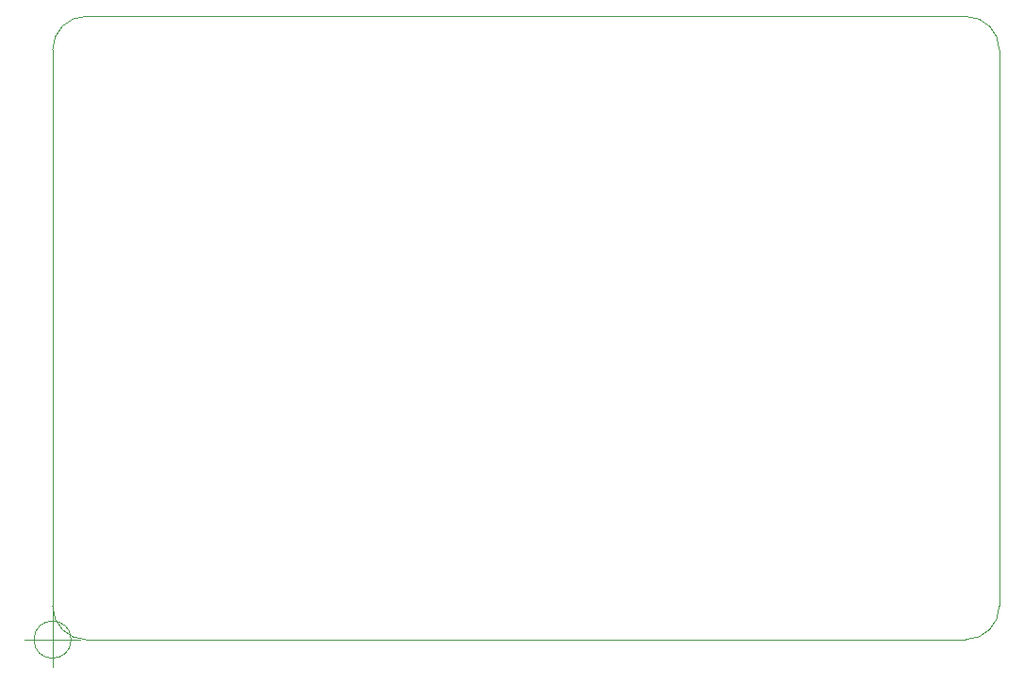
<source format=gm1>
G04 #@! TF.GenerationSoftware,KiCad,Pcbnew,9.0.0*
G04 #@! TF.CreationDate,2025-07-18T15:04:11-05:00*
G04 #@! TF.ProjectId,txfilters,74786669-6c74-4657-9273-2e6b69636164,rev?*
G04 #@! TF.SameCoordinates,Original*
G04 #@! TF.FileFunction,Profile,NP*
%FSLAX46Y46*%
G04 Gerber Fmt 4.6, Leading zero omitted, Abs format (unit mm)*
G04 Created by KiCad (PCBNEW 9.0.0) date 2025-07-18 15:04:11*
%MOMM*%
%LPD*%
G01*
G04 APERTURE LIST*
G04 #@! TA.AperFunction,Profile*
%ADD10C,0.050000*%
G04 #@! TD*
G04 APERTURE END LIST*
D10*
X182580000Y-100130000D02*
G75*
G02*
X185580000Y-103130000I0J-3000000D01*
G01*
X103580000Y-156130000D02*
G75*
G02*
X100580017Y-153120000I0J3000000D01*
G01*
X100580000Y-103120000D02*
X100580000Y-153120000D01*
X100580001Y-103120000D02*
G75*
G02*
X103580000Y-100129984I2999999J-10000D01*
G01*
X103580000Y-156130000D02*
X182580000Y-156130000D01*
X185580000Y-103130000D02*
X185580000Y-153130000D01*
X185580000Y-153130000D02*
G75*
G02*
X182580000Y-156130000I-3000000J0D01*
G01*
X103580000Y-100130000D02*
X182580000Y-100130000D01*
X102231266Y-156136800D02*
G75*
G02*
X98897934Y-156136800I-1666666J0D01*
G01*
X98897934Y-156136800D02*
G75*
G02*
X102231266Y-156136800I1666666J0D01*
G01*
X98064600Y-156136800D02*
X103064600Y-156136800D01*
X100564600Y-153636800D02*
X100564600Y-158636800D01*
M02*

</source>
